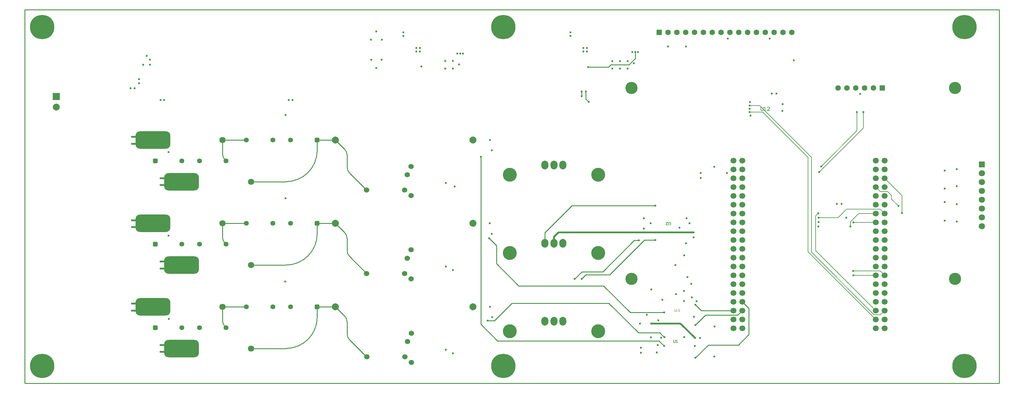
<source format=gbl>
G04 Layer_Physical_Order=4*
G04 Layer_Color=11796480*
%FSLAX43Y43*%
%MOMM*%
G71*
G01*
G75*
%ADD20C,2.000*%
%ADD28C,0.500*%
%ADD29C,0.150*%
%ADD30C,0.250*%
%ADD32C,0.200*%
%ADD36C,0.254*%
%ADD37C,0.178*%
%ADD38C,0.100*%
%ADD39O,2.000X2.500*%
%ADD40C,1.800*%
%ADD41C,1.600*%
%ADD42R,1.600X1.600*%
%ADD43C,1.524*%
%ADD44C,1.700*%
%ADD45C,4.000*%
%ADD46R,2.000X2.000*%
%ADD47C,7.000*%
%ADD48R,1.800X1.800*%
%ADD49C,1.400*%
G04:AMPARAMS|DCode=50|XSize=1.4mm|YSize=1.4mm|CornerRadius=0.35mm|HoleSize=0mm|Usage=FLASHONLY|Rotation=180.000|XOffset=0mm|YOffset=0mm|HoleType=Round|Shape=RoundedRectangle|*
%AMROUNDEDRECTD50*
21,1,1.400,0.700,0,0,180.0*
21,1,0.700,1.400,0,0,180.0*
1,1,0.700,-0.350,0.350*
1,1,0.700,0.350,0.350*
1,1,0.700,0.350,-0.350*
1,1,0.700,-0.350,-0.350*
%
%ADD50ROUNDEDRECTD50*%
%ADD51C,3.500*%
%ADD52C,0.600*%
G04:AMPARAMS|DCode=70|XSize=10mm|YSize=5mm|CornerRadius=1.25mm|HoleSize=0mm|Usage=FLASHONLY|Rotation=180.000|XOffset=0mm|YOffset=0mm|HoleType=Round|Shape=RoundedRectangle|*
%AMROUNDEDRECTD70*
21,1,10.000,2.500,0,0,180.0*
21,1,7.500,5.000,0,0,180.0*
1,1,2.500,-3.750,1.250*
1,1,2.500,3.750,1.250*
1,1,2.500,3.750,-1.250*
1,1,2.500,-3.750,-1.250*
%
%ADD70ROUNDEDRECTD70*%
D20*
X89250Y22000D02*
D03*
X128750D02*
D03*
X9000Y79500D02*
D03*
X89250Y70000D02*
D03*
X128750D02*
D03*
X89250Y46000D02*
D03*
X128750D02*
D03*
D28*
X188400Y17200D02*
X192600Y13000D01*
X180000Y17200D02*
X188400D01*
X153300Y43400D02*
X192200D01*
X152000Y42100D02*
X153300Y43400D01*
X152000Y40300D02*
Y42100D01*
X39000Y9000D02*
X44000D01*
X45000Y10000D01*
X44000Y11000D02*
X45000Y10000D01*
X39000Y11000D02*
X44000D01*
X30800Y22900D02*
X35800D01*
X36800Y21900D01*
X35800Y20900D02*
X36800Y21900D01*
X30800Y20900D02*
X35800D01*
X30800Y46900D02*
X35800D01*
X36800Y45900D01*
X35800Y44900D02*
X36800Y45900D01*
X30800Y44900D02*
X35800D01*
X30800Y70900D02*
X35800D01*
X36800Y69900D01*
X35800Y68900D02*
X36800Y69900D01*
X30800Y68900D02*
X35800D01*
X39000Y35000D02*
X44000D01*
X45000Y34000D01*
X44000Y33000D02*
X45000Y34000D01*
X39000Y33000D02*
X44000D01*
X39000Y59000D02*
X44000D01*
X45000Y58000D01*
X44000Y57000D02*
X45000Y58000D01*
X39000Y57000D02*
X44000D01*
D29*
X208300Y78000D02*
X212000D01*
X208300Y79900D02*
X211100D01*
X228800Y62400D02*
X239100Y72700D01*
X228200Y60800D02*
X240900Y73500D01*
X238020Y31080D02*
X244460D01*
X245780Y32300D02*
X247000Y31080D01*
X238000Y32300D02*
X245780D01*
X225000Y37840D02*
X244460Y18380D01*
X245780Y19700D02*
X247000Y20920D01*
X244000Y19700D02*
X245780D01*
X226000Y37700D02*
X244000Y19700D01*
X226000Y37700D02*
Y65000D01*
X238020Y46320D02*
X244460D01*
X237195Y45095D02*
Y46495D01*
X239560Y48860D01*
X244460D01*
X245760Y50100D02*
X247000Y48860D01*
X227200Y38180D02*
X244460Y20920D01*
X227200Y38180D02*
Y48110D01*
X227995Y48905D01*
X228035Y47635D02*
X233635D01*
X236100Y50100D01*
X245760D01*
X211100Y79900D02*
X226000Y65000D01*
X212000Y78000D02*
X225000Y65000D01*
Y37840D02*
Y65000D01*
X239100Y72700D02*
Y78000D01*
X240900Y73500D02*
Y78000D01*
X186425Y12475D02*
Y11808D01*
X186558Y11675D01*
X186825D01*
X186958Y11808D01*
Y12475D01*
X187225Y11675D02*
X187491D01*
X187358D01*
Y12475D01*
X187225Y12341D01*
X185575Y45525D02*
Y46192D01*
X185442Y46325D01*
X185175D01*
X185042Y46192D01*
Y45525D01*
X184242Y46325D02*
X184775D01*
X184242Y45792D01*
Y45659D01*
X184375Y45525D01*
X184642D01*
X184775Y45659D01*
D30*
X161200Y81800D02*
Y84000D01*
Y81800D02*
X162000Y81000D01*
X160000Y82600D02*
Y84000D01*
X178025Y41225D02*
X181175D01*
X168000Y31200D02*
X178025Y41225D01*
X161200Y31200D02*
X168000D01*
X175100Y41100D02*
X176400D01*
X166100Y32100D02*
X175100Y41100D01*
X160100Y32100D02*
X166100D01*
X158000Y30000D02*
X160100Y32100D01*
X160000Y30000D02*
X161200Y31200D01*
X135800Y12200D02*
X182200D01*
X135800Y12200D02*
X135800Y12200D01*
X182200D02*
X183670Y10730D01*
X139900Y23000D02*
X167800D01*
X134900Y18000D02*
X139900Y23000D01*
X167800D02*
X176300Y14500D01*
X133000Y18000D02*
X134900D01*
X157200Y51100D02*
X181200D01*
X149450Y43350D02*
X157200Y51100D01*
X149450Y40300D02*
Y43350D01*
X161900Y91000D02*
X167700D01*
X168400Y91700D01*
X173600D01*
X175400Y93500D01*
Y95300D01*
X131025Y16975D02*
Y65125D01*
Y16975D02*
X135800Y12200D01*
X133400Y41700D02*
X135500Y39600D01*
Y34400D02*
Y39600D01*
Y34400D02*
X141900Y28000D01*
X166300D01*
X173935Y20365D02*
X183665D01*
X166300Y28000D02*
X173935Y20365D01*
X206100Y23460D02*
X208000Y21560D01*
Y14000D02*
Y21560D01*
X205000Y11000D02*
X208000Y14000D01*
X196400Y11000D02*
X205000D01*
X192700Y7300D02*
X196400Y11000D01*
X204780Y19600D02*
X206100Y20920D01*
X195600Y19600D02*
X204780D01*
X192700Y16700D02*
X195600Y19600D01*
X194380Y20920D02*
X203560D01*
X192700Y22600D02*
X194380Y20920D01*
X176300Y14500D02*
X182400D01*
X183600Y13300D01*
X183800D01*
D32*
X249000Y53000D02*
X251000Y51000D01*
X249000Y53000D02*
Y54100D01*
X247900Y55200D02*
X249000Y54100D01*
X245740Y55200D02*
X247900D01*
X244460Y56480D02*
X245740Y55200D01*
X247000Y59020D02*
X252000Y54020D01*
Y49000D02*
Y54020D01*
D36*
X56800Y18072D02*
G03*
X57544Y16276I2540J0D01*
G01*
X56800Y42072D02*
G03*
X57544Y40276I2540J0D01*
G01*
X56800Y66072D02*
G03*
X57544Y64276I2540J0D01*
G01*
X75000Y58000D02*
G03*
X84000Y67000I0J9000D01*
G01*
X75000Y34000D02*
G03*
X84000Y43000I0J9000D01*
G01*
X75000Y10000D02*
G03*
X84000Y19000I0J9000D01*
G01*
X92600Y14222D02*
G03*
X93344Y12426I2540J0D01*
G01*
X92600Y17598D02*
G03*
X91856Y19394I-2540J0D01*
G01*
X92600Y38222D02*
G03*
X93344Y36426I2540J0D01*
G01*
X92600Y41598D02*
G03*
X91856Y43394I-2540J0D01*
G01*
X92600Y65598D02*
G03*
X91856Y67394I-2540J0D01*
G01*
X92600Y62222D02*
G03*
X93344Y60426I2540J0D01*
G01*
X56800Y18072D02*
Y22000D01*
X63680D01*
X57544Y16276D02*
X57820Y16000D01*
X56800Y42072D02*
Y46000D01*
X63680D01*
X57544Y40276D02*
X57820Y40000D01*
X56800Y66072D02*
Y70000D01*
X63680D02*
X63680Y70000D01*
X56800Y70000D02*
X63680D01*
X57544Y64276D02*
X57820Y64000D01*
X89250Y70000D02*
X91856Y67394D01*
X84000Y70000D02*
X89250D01*
X84000Y67000D02*
Y70000D01*
X89250Y46000D02*
X91856Y43394D01*
X84000Y46000D02*
X89250D01*
X84000Y43000D02*
Y46000D01*
X89250Y22000D02*
X91856Y19394D01*
X84000Y22000D02*
X89250D01*
X84000Y19000D02*
Y22000D01*
X93344Y12426D02*
X98200Y7570D01*
X92600Y14222D02*
Y17598D01*
X93344Y36426D02*
X98200Y31570D01*
X92600Y38222D02*
Y41598D01*
Y62222D02*
Y65598D01*
X93344Y60426D02*
X98200Y55570D01*
X89150Y69900D02*
X89250Y70000D01*
X65000Y10000D02*
X75000D01*
X65000Y34000D02*
X75000D01*
X65000Y58000D02*
X75000D01*
X0Y0D02*
X280000D01*
Y107500D01*
X0D02*
X280000D01*
X0Y0D02*
Y107500D01*
D37*
X211476Y79508D02*
Y78661D01*
X211645Y78492D01*
X211984D01*
X212153Y78661D01*
Y79508D01*
X212492Y78492D02*
X212830D01*
X212661D01*
Y79508D01*
X212492Y79338D01*
X214015Y78492D02*
X213338D01*
X214015Y79169D01*
Y79338D01*
X213846Y79508D01*
X213507D01*
X213338Y79338D01*
D38*
X186603Y21346D02*
Y20846D01*
X186703Y20746D01*
X186903D01*
X187003Y20846D01*
Y21346D01*
X187203Y20746D02*
X187403D01*
X187303D01*
Y21346D01*
X187203Y21246D01*
X187703D02*
X187803Y21346D01*
X188003D01*
X188103Y21246D01*
Y21146D01*
X188003Y21046D01*
X187903D01*
X188003D01*
X188103Y20946D01*
Y20846D01*
X188003Y20746D01*
X187803D01*
X187703Y20846D01*
D39*
X149450Y17800D02*
D03*
X152000D02*
D03*
X154550D02*
D03*
X149450Y62800D02*
D03*
X152000D02*
D03*
X154550D02*
D03*
X149450Y40300D02*
D03*
X152000D02*
D03*
X154550D02*
D03*
D40*
X65000Y34000D02*
D03*
Y10000D02*
D03*
X275000Y45220D02*
D03*
Y47760D02*
D03*
Y50300D02*
D03*
Y52840D02*
D03*
Y55380D02*
D03*
Y57920D02*
D03*
Y60460D02*
D03*
X56800Y70000D02*
D03*
Y46000D02*
D03*
Y22000D02*
D03*
X65000Y58000D02*
D03*
D41*
X233650Y85000D02*
D03*
X238730D02*
D03*
X243810D02*
D03*
X241270D02*
D03*
X236190D02*
D03*
X217810Y101000D02*
D03*
X212730D02*
D03*
X205110D02*
D03*
X200030D02*
D03*
X194950D02*
D03*
X189870D02*
D03*
X184790D02*
D03*
X187330D02*
D03*
X192410D02*
D03*
X197490D02*
D03*
X202570D02*
D03*
X207650D02*
D03*
X210190D02*
D03*
X215270D02*
D03*
X220350D02*
D03*
D42*
X246350Y85000D02*
D03*
X182250Y101000D02*
D03*
D43*
X111100Y14380D02*
D03*
X109220Y7570D02*
D03*
X98300D02*
D03*
X109980Y11970D02*
D03*
X111100Y6000D02*
D03*
X111000Y62380D02*
D03*
X109120Y55570D02*
D03*
X98200D02*
D03*
X109880Y59970D02*
D03*
X111000Y54000D02*
D03*
Y30000D02*
D03*
X109880Y35970D02*
D03*
X98200Y31570D02*
D03*
X109120D02*
D03*
X111000Y38380D02*
D03*
D44*
X203560Y64100D02*
D03*
Y61560D02*
D03*
Y59020D02*
D03*
Y56480D02*
D03*
Y53940D02*
D03*
Y51400D02*
D03*
Y48860D02*
D03*
Y46320D02*
D03*
Y43780D02*
D03*
Y41240D02*
D03*
Y38700D02*
D03*
Y36160D02*
D03*
Y33620D02*
D03*
Y31080D02*
D03*
Y28540D02*
D03*
Y26000D02*
D03*
Y23460D02*
D03*
Y20920D02*
D03*
Y18380D02*
D03*
Y15840D02*
D03*
X206100Y64100D02*
D03*
Y61560D02*
D03*
Y59020D02*
D03*
Y56480D02*
D03*
Y53940D02*
D03*
Y51400D02*
D03*
Y48860D02*
D03*
Y46320D02*
D03*
Y43780D02*
D03*
Y41240D02*
D03*
Y38700D02*
D03*
Y36160D02*
D03*
Y33620D02*
D03*
Y31080D02*
D03*
Y28540D02*
D03*
Y26000D02*
D03*
Y23460D02*
D03*
Y20920D02*
D03*
Y18380D02*
D03*
Y15840D02*
D03*
X247000D02*
D03*
Y18380D02*
D03*
Y20920D02*
D03*
Y23460D02*
D03*
Y26000D02*
D03*
Y28540D02*
D03*
Y31080D02*
D03*
Y33620D02*
D03*
Y36160D02*
D03*
Y38700D02*
D03*
Y41240D02*
D03*
Y43780D02*
D03*
Y46320D02*
D03*
Y48860D02*
D03*
Y51400D02*
D03*
Y53940D02*
D03*
Y56480D02*
D03*
Y59020D02*
D03*
Y61560D02*
D03*
Y64100D02*
D03*
X244460Y15840D02*
D03*
Y18380D02*
D03*
Y20920D02*
D03*
Y23460D02*
D03*
Y26000D02*
D03*
Y28540D02*
D03*
Y31080D02*
D03*
Y33620D02*
D03*
Y36160D02*
D03*
Y38700D02*
D03*
Y41240D02*
D03*
Y43780D02*
D03*
Y46320D02*
D03*
Y48860D02*
D03*
Y51400D02*
D03*
Y53940D02*
D03*
Y56480D02*
D03*
Y59020D02*
D03*
Y61560D02*
D03*
Y64100D02*
D03*
D45*
X139300Y60000D02*
D03*
X164700D02*
D03*
X139300Y15000D02*
D03*
X164700D02*
D03*
X139300Y37500D02*
D03*
X164700D02*
D03*
D46*
X9000Y82500D02*
D03*
D47*
X270000Y5000D02*
D03*
X137500Y5000D02*
D03*
Y102500D02*
D03*
X5000D02*
D03*
Y5000D02*
D03*
X270000Y102500D02*
D03*
D48*
X275000Y63000D02*
D03*
D49*
X63680Y22000D02*
D03*
X71300D02*
D03*
X76380D02*
D03*
X45120Y64000D02*
D03*
X50200D02*
D03*
X57820D02*
D03*
X63680Y70000D02*
D03*
X71300D02*
D03*
X76380D02*
D03*
X45120Y40000D02*
D03*
X50200D02*
D03*
X57820D02*
D03*
X63680Y46000D02*
D03*
X71300D02*
D03*
X76380D02*
D03*
X45120Y16000D02*
D03*
X50200D02*
D03*
X57820D02*
D03*
D50*
X84000Y22000D02*
D03*
X37500Y64000D02*
D03*
X84000Y70000D02*
D03*
X37500Y40000D02*
D03*
X84000Y46000D02*
D03*
X37500Y16000D02*
D03*
D51*
X267270Y85000D02*
D03*
Y30000D02*
D03*
X174270D02*
D03*
Y85000D02*
D03*
D52*
X161500Y95500D02*
D03*
X160500D02*
D03*
X161500Y96500D02*
D03*
X160500D02*
D03*
X113500Y95500D02*
D03*
X112500D02*
D03*
X113500Y96500D02*
D03*
X112500D02*
D03*
X208300Y78000D02*
D03*
Y79900D02*
D03*
X240000Y83300D02*
D03*
X239100Y78000D02*
D03*
X228800Y62400D02*
D03*
X228200Y60800D02*
D03*
X240900Y78000D02*
D03*
X162000Y81000D02*
D03*
X160000Y82600D02*
D03*
X161200Y84000D02*
D03*
X160000D02*
D03*
X158000Y30000D02*
D03*
X160000D02*
D03*
X176400Y41100D02*
D03*
X181175Y41225D02*
D03*
X198130Y62270D02*
D03*
X201770Y60470D02*
D03*
X194230D02*
D03*
X194230Y59070D02*
D03*
X181200Y51100D02*
D03*
X192200Y43400D02*
D03*
X192200Y42000D02*
D03*
X190000Y40300D02*
D03*
X188130Y44730D02*
D03*
X177900Y47500D02*
D03*
X179800Y46000D02*
D03*
X177900Y44500D02*
D03*
X191000Y46000D02*
D03*
X190100Y47500D02*
D03*
X41300Y66500D02*
D03*
Y42500D02*
D03*
X41400Y18500D02*
D03*
X192295Y19095D02*
D03*
X189400Y23700D02*
D03*
X182000Y18100D02*
D03*
X194000Y13000D02*
D03*
X192470Y10730D02*
D03*
X192700Y7300D02*
D03*
X198100Y7700D02*
D03*
X181800Y11000D02*
D03*
X192700Y16700D02*
D03*
Y22600D02*
D03*
X193000Y23600D02*
D03*
X238020Y31080D02*
D03*
X238000Y32300D02*
D03*
X267800Y56700D02*
D03*
Y61600D02*
D03*
Y46500D02*
D03*
Y51500D02*
D03*
X251000Y51000D02*
D03*
X252000Y49000D02*
D03*
X202000Y99200D02*
D03*
X214000D02*
D03*
X214600Y83400D02*
D03*
X216000D02*
D03*
X208550Y77050D02*
D03*
X208306Y80906D02*
D03*
X208300Y79000D02*
D03*
X217700Y80300D02*
D03*
X217650Y78350D02*
D03*
X264300Y46800D02*
D03*
X264300Y52100D02*
D03*
Y61200D02*
D03*
Y56000D02*
D03*
X238020Y46320D02*
D03*
X237195Y45095D02*
D03*
X227995Y48905D02*
D03*
X228035Y47635D02*
D03*
X234700Y51600D02*
D03*
X233300Y51600D02*
D03*
X228005Y45095D02*
D03*
X228035Y46365D02*
D03*
X236035Y47635D02*
D03*
X121000Y57600D02*
D03*
X123500Y56600D02*
D03*
X133700Y70000D02*
D03*
X134200Y67000D02*
D03*
X121000Y33600D02*
D03*
X123000Y32600D02*
D03*
X121000Y9600D02*
D03*
X123000Y8600D02*
D03*
X133600Y46000D02*
D03*
X134200Y43000D02*
D03*
X134300Y19000D02*
D03*
X133700Y22000D02*
D03*
X39000Y9000D02*
D03*
Y11000D02*
D03*
X30800Y22900D02*
D03*
Y20900D02*
D03*
Y46900D02*
D03*
Y44900D02*
D03*
Y70900D02*
D03*
Y68900D02*
D03*
X39000Y35000D02*
D03*
Y33000D02*
D03*
Y59000D02*
D03*
Y57000D02*
D03*
X32800Y86300D02*
D03*
X30400Y84900D02*
D03*
X31600D02*
D03*
X32800Y87500D02*
D03*
X34000Y91700D02*
D03*
X36000D02*
D03*
X113900Y91200D02*
D03*
X124300Y94900D02*
D03*
X125100D02*
D03*
X125900D02*
D03*
X123000Y92800D02*
D03*
Y90600D02*
D03*
X120800Y92800D02*
D03*
Y90600D02*
D03*
X124750Y91750D02*
D03*
X99525Y93125D02*
D03*
X102475D02*
D03*
X101000Y90700D02*
D03*
X175400Y95300D02*
D03*
X174600D02*
D03*
X176200D02*
D03*
X168800Y92700D02*
D03*
Y90600D02*
D03*
X171000Y92700D02*
D03*
Y90600D02*
D03*
X173200Y92700D02*
D03*
Y90600D02*
D03*
X175000Y92100D02*
D03*
X161900Y91000D02*
D03*
X75860Y81500D02*
D03*
X76900D02*
D03*
X40020Y81520D02*
D03*
X38980D02*
D03*
X74900Y77200D02*
D03*
Y53200D02*
D03*
X74800Y29300D02*
D03*
X131025Y65125D02*
D03*
X133000Y18000D02*
D03*
X183670Y10730D02*
D03*
X133400Y41700D02*
D03*
X183665Y20365D02*
D03*
X198200Y16300D02*
D03*
X187100Y25600D02*
D03*
X186900Y34000D02*
D03*
X189500Y36800D02*
D03*
X190400Y30500D02*
D03*
X191500Y28600D02*
D03*
X189400Y26600D02*
D03*
X191700Y24700D02*
D03*
X183800Y13300D02*
D03*
X182900Y13100D02*
D03*
X189430Y13270D02*
D03*
X192600Y13000D02*
D03*
X177000Y8800D02*
D03*
X177000Y10200D02*
D03*
X181600Y8900D02*
D03*
X179900Y13200D02*
D03*
X180000Y27000D02*
D03*
X180000Y17200D02*
D03*
X176800Y17200D02*
D03*
X178700Y19700D02*
D03*
X183200Y24000D02*
D03*
X34990Y94190D02*
D03*
X36000Y93100D02*
D03*
X99425Y98875D02*
D03*
X102575D02*
D03*
X101000Y101200D02*
D03*
X108800Y100000D02*
D03*
Y101000D02*
D03*
X156800D02*
D03*
Y100000D02*
D03*
X184800Y96900D02*
D03*
X190000Y96900D02*
D03*
X221000Y92900D02*
D03*
D70*
X45000Y34000D02*
D03*
Y10000D02*
D03*
X36800Y70000D02*
D03*
Y46000D02*
D03*
Y22000D02*
D03*
X45000Y58000D02*
D03*
M02*

</source>
